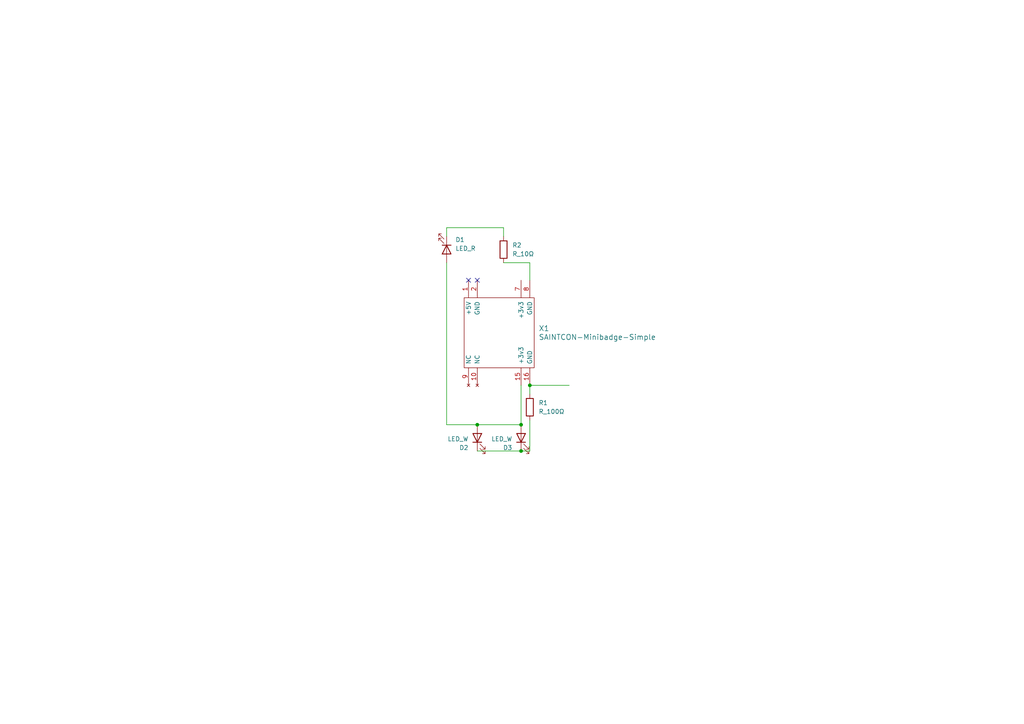
<source format=kicad_sch>
(kicad_sch
	(version 20231120)
	(generator "eeschema")
	(generator_version "8.0")
	(uuid "1e97f6ac-24fe-4635-889a-d89a0466b0ca")
	(paper "A4")
	(lib_symbols
		(symbol "Device:LED"
			(pin_numbers hide)
			(pin_names
				(offset 1.016) hide)
			(exclude_from_sim no)
			(in_bom yes)
			(on_board yes)
			(property "Reference" "D"
				(at 0 2.54 0)
				(effects
					(font
						(size 1.27 1.27)
					)
				)
			)
			(property "Value" "LED"
				(at 0 -2.54 0)
				(effects
					(font
						(size 1.27 1.27)
					)
				)
			)
			(property "Footprint" ""
				(at 0 0 0)
				(effects
					(font
						(size 1.27 1.27)
					)
					(hide yes)
				)
			)
			(property "Datasheet" "~"
				(at 0 0 0)
				(effects
					(font
						(size 1.27 1.27)
					)
					(hide yes)
				)
			)
			(property "Description" "Light emitting diode"
				(at 0 0 0)
				(effects
					(font
						(size 1.27 1.27)
					)
					(hide yes)
				)
			)
			(property "ki_keywords" "LED diode"
				(at 0 0 0)
				(effects
					(font
						(size 1.27 1.27)
					)
					(hide yes)
				)
			)
			(property "ki_fp_filters" "LED* LED_SMD:* LED_THT:*"
				(at 0 0 0)
				(effects
					(font
						(size 1.27 1.27)
					)
					(hide yes)
				)
			)
			(symbol "LED_0_1"
				(polyline
					(pts
						(xy -1.27 -1.27) (xy -1.27 1.27)
					)
					(stroke
						(width 0.254)
						(type default)
					)
					(fill
						(type none)
					)
				)
				(polyline
					(pts
						(xy -1.27 0) (xy 1.27 0)
					)
					(stroke
						(width 0)
						(type default)
					)
					(fill
						(type none)
					)
				)
				(polyline
					(pts
						(xy 1.27 -1.27) (xy 1.27 1.27) (xy -1.27 0) (xy 1.27 -1.27)
					)
					(stroke
						(width 0.254)
						(type default)
					)
					(fill
						(type none)
					)
				)
				(polyline
					(pts
						(xy -3.048 -0.762) (xy -4.572 -2.286) (xy -3.81 -2.286) (xy -4.572 -2.286) (xy -4.572 -1.524)
					)
					(stroke
						(width 0)
						(type default)
					)
					(fill
						(type none)
					)
				)
				(polyline
					(pts
						(xy -1.778 -0.762) (xy -3.302 -2.286) (xy -2.54 -2.286) (xy -3.302 -2.286) (xy -3.302 -1.524)
					)
					(stroke
						(width 0)
						(type default)
					)
					(fill
						(type none)
					)
				)
			)
			(symbol "LED_1_1"
				(pin passive line
					(at -3.81 0 0)
					(length 2.54)
					(name "K"
						(effects
							(font
								(size 1.27 1.27)
							)
						)
					)
					(number "1"
						(effects
							(font
								(size 1.27 1.27)
							)
						)
					)
				)
				(pin passive line
					(at 3.81 0 180)
					(length 2.54)
					(name "A"
						(effects
							(font
								(size 1.27 1.27)
							)
						)
					)
					(number "2"
						(effects
							(font
								(size 1.27 1.27)
							)
						)
					)
				)
			)
		)
		(symbol "Device:R"
			(pin_numbers hide)
			(pin_names
				(offset 0)
			)
			(exclude_from_sim no)
			(in_bom yes)
			(on_board yes)
			(property "Reference" "R"
				(at 2.032 0 90)
				(effects
					(font
						(size 1.27 1.27)
					)
				)
			)
			(property "Value" "R"
				(at 0 0 90)
				(effects
					(font
						(size 1.27 1.27)
					)
				)
			)
			(property "Footprint" ""
				(at -1.778 0 90)
				(effects
					(font
						(size 1.27 1.27)
					)
					(hide yes)
				)
			)
			(property "Datasheet" "~"
				(at 0 0 0)
				(effects
					(font
						(size 1.27 1.27)
					)
					(hide yes)
				)
			)
			(property "Description" "Resistor"
				(at 0 0 0)
				(effects
					(font
						(size 1.27 1.27)
					)
					(hide yes)
				)
			)
			(property "ki_keywords" "R res resistor"
				(at 0 0 0)
				(effects
					(font
						(size 1.27 1.27)
					)
					(hide yes)
				)
			)
			(property "ki_fp_filters" "R_*"
				(at 0 0 0)
				(effects
					(font
						(size 1.27 1.27)
					)
					(hide yes)
				)
			)
			(symbol "R_0_1"
				(rectangle
					(start -1.016 -2.54)
					(end 1.016 2.54)
					(stroke
						(width 0.254)
						(type default)
					)
					(fill
						(type none)
					)
				)
			)
			(symbol "R_1_1"
				(pin passive line
					(at 0 3.81 270)
					(length 1.27)
					(name "~"
						(effects
							(font
								(size 1.27 1.27)
							)
						)
					)
					(number "1"
						(effects
							(font
								(size 1.27 1.27)
							)
						)
					)
				)
				(pin passive line
					(at 0 -3.81 90)
					(length 1.27)
					(name "~"
						(effects
							(font
								(size 1.27 1.27)
							)
						)
					)
					(number "2"
						(effects
							(font
								(size 1.27 1.27)
							)
						)
					)
				)
			)
		)
		(symbol "saintcon-minibadge:SAINTCON-Minibadge-Simple"
			(pin_names
				(offset 1.016)
			)
			(exclude_from_sim no)
			(in_bom yes)
			(on_board yes)
			(property "Reference" "X"
				(at 11.43 8.89 0)
				(effects
					(font
						(size 1.524 1.524)
					)
					(justify left)
				)
			)
			(property "Value" "SAINTCON-Minibadge-Simple"
				(at 11.43 6.35 0)
				(effects
					(font
						(size 1.524 1.524)
					)
					(justify left)
				)
			)
			(property "Footprint" ""
				(at 0 1.27 0)
				(effects
					(font
						(size 1.524 1.524)
					)
					(hide yes)
				)
			)
			(property "Datasheet" ""
				(at 0 1.27 0)
				(effects
					(font
						(size 1.524 1.524)
					)
					(hide yes)
				)
			)
			(property "Description" ""
				(at 0 0 0)
				(effects
					(font
						(size 1.27 1.27)
					)
					(hide yes)
				)
			)
			(symbol "SAINTCON-Minibadge-Simple_0_1"
				(rectangle
					(start -10.16 10.16)
					(end 10.16 -10.16)
					(stroke
						(width 0)
						(type solid)
					)
					(fill
						(type none)
					)
				)
			)
			(symbol "SAINTCON-Minibadge-Simple_1_1"
				(pin power_in line
					(at -8.89 15.24 270)
					(length 5.08)
					(name "+5V"
						(effects
							(font
								(size 1.27 1.27)
							)
						)
					)
					(number "1"
						(effects
							(font
								(size 1.27 1.27)
							)
						)
					)
				)
				(pin no_connect line
					(at -6.35 -15.24 90)
					(length 5.08)
					(name "NC"
						(effects
							(font
								(size 1.27 1.27)
							)
						)
					)
					(number "10"
						(effects
							(font
								(size 1.27 1.27)
							)
						)
					)
				)
				(pin power_in line
					(at 6.35 -15.24 90)
					(length 5.08)
					(name "+3v3"
						(effects
							(font
								(size 1.27 1.27)
							)
						)
					)
					(number "15"
						(effects
							(font
								(size 1.27 1.27)
							)
						)
					)
				)
				(pin power_in line
					(at 8.89 -15.24 90)
					(length 5.08)
					(name "GND"
						(effects
							(font
								(size 1.27 1.27)
							)
						)
					)
					(number "16"
						(effects
							(font
								(size 1.27 1.27)
							)
						)
					)
				)
				(pin power_in line
					(at -6.35 15.24 270)
					(length 5.08)
					(name "GND"
						(effects
							(font
								(size 1.27 1.27)
							)
						)
					)
					(number "2"
						(effects
							(font
								(size 1.27 1.27)
							)
						)
					)
				)
				(pin power_in line
					(at 6.35 15.24 270)
					(length 5.08)
					(name "+3v3"
						(effects
							(font
								(size 1.27 1.27)
							)
						)
					)
					(number "7"
						(effects
							(font
								(size 1.27 1.27)
							)
						)
					)
				)
				(pin power_in line
					(at 8.89 15.24 270)
					(length 5.08)
					(name "GND"
						(effects
							(font
								(size 1.27 1.27)
							)
						)
					)
					(number "8"
						(effects
							(font
								(size 1.27 1.27)
							)
						)
					)
				)
				(pin no_connect line
					(at -8.89 -15.24 90)
					(length 5.08)
					(name "NC"
						(effects
							(font
								(size 1.27 1.27)
							)
						)
					)
					(number "9"
						(effects
							(font
								(size 1.27 1.27)
							)
						)
					)
				)
			)
		)
	)
	(junction
		(at 151.13 123.19)
		(diameter 0)
		(color 0 0 0 0)
		(uuid "131c0f04-76dc-465a-aa43-360c7cead26d")
	)
	(junction
		(at 138.43 123.19)
		(diameter 0)
		(color 0 0 0 0)
		(uuid "5ed5c3d3-d34b-4093-8f35-6092775e9e76")
	)
	(junction
		(at 153.67 111.76)
		(diameter 0)
		(color 0 0 0 0)
		(uuid "5f85e90f-868d-46e4-b37e-006fa3d287fd")
	)
	(junction
		(at 151.13 130.81)
		(diameter 0)
		(color 0 0 0 0)
		(uuid "65df5e9e-fd5f-4c97-a74f-42b5199327d7")
	)
	(no_connect
		(at 135.89 81.28)
		(uuid "7833bd8a-cee0-4756-8257-911aef2d1dba")
	)
	(no_connect
		(at 138.43 81.28)
		(uuid "9726f81f-13a2-4d07-ad4d-722c91d00adf")
	)
	(wire
		(pts
			(xy 146.05 66.04) (xy 146.05 68.58)
		)
		(stroke
			(width 0)
			(type default)
		)
		(uuid "0395c3fb-3e77-4062-8d29-36f189abb0eb")
	)
	(wire
		(pts
			(xy 153.67 76.2) (xy 146.05 76.2)
		)
		(stroke
			(width 0)
			(type default)
		)
		(uuid "152be474-5564-42b7-b649-56abea4e1f21")
	)
	(wire
		(pts
			(xy 151.13 111.76) (xy 151.13 123.19)
		)
		(stroke
			(width 0)
			(type default)
		)
		(uuid "1ea27868-be9b-49ec-9b7b-84938b378280")
	)
	(wire
		(pts
			(xy 138.43 123.19) (xy 151.13 123.19)
		)
		(stroke
			(width 0)
			(type default)
		)
		(uuid "48540428-546d-436b-b7e5-e6ca3fe73fe3")
	)
	(wire
		(pts
			(xy 129.54 68.58) (xy 129.54 66.04)
		)
		(stroke
			(width 0)
			(type default)
		)
		(uuid "6cf31256-987b-41bb-9ef2-23c489c15bd3")
	)
	(wire
		(pts
			(xy 153.67 121.92) (xy 153.67 130.81)
		)
		(stroke
			(width 0)
			(type default)
		)
		(uuid "723c05b6-f364-44be-816a-a4f93bab0593")
	)
	(wire
		(pts
			(xy 138.43 123.19) (xy 129.54 123.19)
		)
		(stroke
			(width 0)
			(type default)
		)
		(uuid "72e04f1d-907e-4b9b-a96c-fe86ef24f552")
	)
	(wire
		(pts
			(xy 165.1 111.76) (xy 153.67 111.76)
		)
		(stroke
			(width 0)
			(type default)
		)
		(uuid "8461b92b-61a7-4a39-a3e8-d3d005afad16")
	)
	(wire
		(pts
			(xy 129.54 123.19) (xy 129.54 76.2)
		)
		(stroke
			(width 0)
			(type default)
		)
		(uuid "84b2c9eb-17db-42af-828e-31ceaea511a8")
	)
	(wire
		(pts
			(xy 129.54 66.04) (xy 146.05 66.04)
		)
		(stroke
			(width 0)
			(type default)
		)
		(uuid "889eb5f9-a1a1-4c73-b040-d2fe7e68378b")
	)
	(wire
		(pts
			(xy 151.13 130.81) (xy 153.67 130.81)
		)
		(stroke
			(width 0)
			(type default)
		)
		(uuid "b9de92bf-74d2-4d46-a6aa-7f48e5b7258f")
	)
	(wire
		(pts
			(xy 138.43 130.81) (xy 151.13 130.81)
		)
		(stroke
			(width 0)
			(type default)
		)
		(uuid "d2f58633-e51c-49e9-8d9d-9e2ea7686021")
	)
	(wire
		(pts
			(xy 153.67 81.28) (xy 153.67 76.2)
		)
		(stroke
			(width 0)
			(type default)
		)
		(uuid "e7843ff4-28e1-4106-a5e9-8ec0bbeeaf93")
	)
	(wire
		(pts
			(xy 153.67 111.76) (xy 153.67 114.3)
		)
		(stroke
			(width 0)
			(type default)
		)
		(uuid "faa46c07-4dba-4bc8-a01d-0609c8030688")
	)
	(symbol
		(lib_id "Device:LED")
		(at 138.43 127 90)
		(unit 1)
		(exclude_from_sim no)
		(in_bom yes)
		(on_board yes)
		(dnp no)
		(uuid "12d90281-3030-46e6-a0b3-0ba5f789a2a7")
		(property "Reference" "D2"
			(at 135.89 129.8575 90)
			(effects
				(font
					(size 1.27 1.27)
				)
				(justify left)
			)
		)
		(property "Value" "LED_W"
			(at 135.89 127.3175 90)
			(effects
				(font
					(size 1.27 1.27)
				)
				(justify left)
			)
		)
		(property "Footprint" "LED_SMD:LED_1206_3216Metric_Pad1.42x1.75mm_HandSolder"
			(at 138.43 127 0)
			(effects
				(font
					(size 1.27 1.27)
				)
				(hide yes)
			)
		)
		(property "Datasheet" "~"
			(at 138.43 127 0)
			(effects
				(font
					(size 1.27 1.27)
				)
				(hide yes)
			)
		)
		(property "Description" ""
			(at 138.43 127 0)
			(effects
				(font
					(size 1.27 1.27)
				)
				(hide yes)
			)
		)
		(pin "2"
			(uuid "178c9bba-c6a8-40a0-adc9-470a6d0434c3")
		)
		(pin "1"
			(uuid "4e3cdee2-ffd6-47c0-b682-fc526442f7fc")
		)
		(instances
			(project "Bible Study at ABGs"
				(path "/1e97f6ac-24fe-4635-889a-d89a0466b0ca"
					(reference "D2")
					(unit 1)
				)
			)
		)
	)
	(symbol
		(lib_id "Device:LED")
		(at 151.13 127 90)
		(unit 1)
		(exclude_from_sim no)
		(in_bom yes)
		(on_board yes)
		(dnp no)
		(uuid "24ae59e9-ce5e-4fe6-abf3-ac744d0a360d")
		(property "Reference" "D3"
			(at 148.59 129.8575 90)
			(effects
				(font
					(size 1.27 1.27)
				)
				(justify left)
			)
		)
		(property "Value" "LED_W"
			(at 148.59 127.3175 90)
			(effects
				(font
					(size 1.27 1.27)
				)
				(justify left)
			)
		)
		(property "Footprint" "LED_SMD:LED_1206_3216Metric_Pad1.42x1.75mm_HandSolder"
			(at 151.13 127 0)
			(effects
				(font
					(size 1.27 1.27)
				)
				(hide yes)
			)
		)
		(property "Datasheet" "~"
			(at 151.13 127 0)
			(effects
				(font
					(size 1.27 1.27)
				)
				(hide yes)
			)
		)
		(property "Description" ""
			(at 151.13 127 0)
			(effects
				(font
					(size 1.27 1.27)
				)
				(hide yes)
			)
		)
		(pin "2"
			(uuid "83e26ed4-df36-407c-a7ce-c5bf34ccd847")
		)
		(pin "1"
			(uuid "9ee53c63-bb2f-4c02-aae6-8b399ab37ac8")
		)
		(instances
			(project "Bible Study at ABGs"
				(path "/1e97f6ac-24fe-4635-889a-d89a0466b0ca"
					(reference "D3")
					(unit 1)
				)
			)
		)
	)
	(symbol
		(lib_id "Device:R")
		(at 146.05 72.39 180)
		(unit 1)
		(exclude_from_sim no)
		(in_bom yes)
		(on_board yes)
		(dnp no)
		(fields_autoplaced yes)
		(uuid "515df2d3-2c1a-4c7b-8c1e-35654b034919")
		(property "Reference" "R2"
			(at 148.59 71.12 0)
			(effects
				(font
					(size 1.27 1.27)
				)
				(justify right)
			)
		)
		(property "Value" "R_10Ω"
			(at 148.59 73.66 0)
			(effects
				(font
					(size 1.27 1.27)
				)
				(justify right)
			)
		)
		(property "Footprint" "Resistor_SMD:R_1206_3216Metric_Pad1.30x1.75mm_HandSolder"
			(at 147.828 72.39 90)
			(effects
				(font
					(size 1.27 1.27)
				)
				(hide yes)
			)
		)
		(property "Datasheet" "~"
			(at 146.05 72.39 0)
			(effects
				(font
					(size 1.27 1.27)
				)
				(hide yes)
			)
		)
		(property "Description" ""
			(at 146.05 72.39 0)
			(effects
				(font
					(size 1.27 1.27)
				)
				(hide yes)
			)
		)
		(pin "2"
			(uuid "bf648b07-65ba-4d64-abbe-e485ad69dc0c")
		)
		(pin "1"
			(uuid "4fca871e-1389-4fb1-ac46-7f7b2b83a30e")
		)
		(instances
			(project "Bible Study at ABGs"
				(path "/1e97f6ac-24fe-4635-889a-d89a0466b0ca"
					(reference "R2")
					(unit 1)
				)
			)
		)
	)
	(symbol
		(lib_id "Device:R")
		(at 153.67 118.11 180)
		(unit 1)
		(exclude_from_sim no)
		(in_bom yes)
		(on_board yes)
		(dnp no)
		(fields_autoplaced yes)
		(uuid "6cfd7a27-2444-492e-8ba7-1913fc4c4369")
		(property "Reference" "R1"
			(at 156.21 116.84 0)
			(effects
				(font
					(size 1.27 1.27)
				)
				(justify right)
			)
		)
		(property "Value" "R_100Ω"
			(at 156.21 119.38 0)
			(effects
				(font
					(size 1.27 1.27)
				)
				(justify right)
			)
		)
		(property "Footprint" "Resistor_SMD:R_1206_3216Metric_Pad1.30x1.75mm_HandSolder"
			(at 155.448 118.11 90)
			(effects
				(font
					(size 1.27 1.27)
				)
				(hide yes)
			)
		)
		(property "Datasheet" "~"
			(at 153.67 118.11 0)
			(effects
				(font
					(size 1.27 1.27)
				)
				(hide yes)
			)
		)
		(property "Description" ""
			(at 153.67 118.11 0)
			(effects
				(font
					(size 1.27 1.27)
				)
				(hide yes)
			)
		)
		(pin "2"
			(uuid "cddc00a0-841d-43e9-9c71-ee5691631e2d")
		)
		(pin "1"
			(uuid "b80b175a-35ee-4f2a-bf77-9c37ed724dee")
		)
		(instances
			(project "Bible Study at ABGs"
				(path "/1e97f6ac-24fe-4635-889a-d89a0466b0ca"
					(reference "R1")
					(unit 1)
				)
			)
		)
	)
	(symbol
		(lib_id "saintcon-minibadge:SAINTCON-Minibadge-Simple")
		(at 144.78 96.52 0)
		(unit 1)
		(exclude_from_sim no)
		(in_bom yes)
		(on_board yes)
		(dnp no)
		(fields_autoplaced yes)
		(uuid "7a838f78-7fa3-4d7f-9970-89af40a2dee4")
		(property "Reference" "X1"
			(at 156.21 95.25 0)
			(effects
				(font
					(size 1.524 1.524)
				)
				(justify left)
			)
		)
		(property "Value" "SAINTCON-Minibadge-Simple"
			(at 156.21 97.79 0)
			(effects
				(font
					(size 1.524 1.524)
				)
				(justify left)
			)
		)
		(property "Footprint" "minibadge_kicad:SAINTCON-Minibadge-Simple"
			(at 144.78 95.25 0)
			(effects
				(font
					(size 1.524 1.524)
				)
				(hide yes)
			)
		)
		(property "Datasheet" ""
			(at 144.78 95.25 0)
			(effects
				(font
					(size 1.524 1.524)
				)
				(hide yes)
			)
		)
		(property "Description" ""
			(at 144.78 96.52 0)
			(effects
				(font
					(size 1.27 1.27)
				)
				(hide yes)
			)
		)
		(pin "15"
			(uuid "91402f9d-445e-4522-9a31-aa5a6b6f36e7")
		)
		(pin "2"
			(uuid "b2895238-870e-45c9-9a99-ff32b2231843")
		)
		(pin "1"
			(uuid "df98a06c-028b-4562-b77e-b3dca3ec1a9f")
		)
		(pin "10"
			(uuid "2bd3b091-3563-477b-9a0a-6e2a4580687c")
		)
		(pin "8"
			(uuid "a533011d-f0b0-4fe3-a0af-19edd55babc3")
		)
		(pin "9"
			(uuid "4f6b95cb-8bb3-4365-96e8-81aeaa000492")
		)
		(pin "16"
			(uuid "34f8720f-6be2-4da3-9a38-e6491a1a5905")
		)
		(pin "7"
			(uuid "545e8160-0bf6-4d33-9de2-e7edb3268e5d")
		)
		(instances
			(project "pips_first_minibadge"
				(path "/1e97f6ac-24fe-4635-889a-d89a0466b0ca"
					(reference "X1")
					(unit 1)
				)
			)
		)
	)
	(symbol
		(lib_id "Device:LED")
		(at 129.54 72.39 270)
		(unit 1)
		(exclude_from_sim no)
		(in_bom yes)
		(on_board yes)
		(dnp no)
		(uuid "e6c2a71d-42cf-442c-b87a-9e02f374705e")
		(property "Reference" "D1"
			(at 132.08 69.5325 90)
			(effects
				(font
					(size 1.27 1.27)
				)
				(justify left)
			)
		)
		(property "Value" "LED_R"
			(at 132.08 72.0725 90)
			(effects
				(font
					(size 1.27 1.27)
				)
				(justify left)
			)
		)
		(property "Footprint" "LED_SMD:LED_1206_3216Metric_Pad1.42x1.75mm_HandSolder"
			(at 129.54 72.39 0)
			(effects
				(font
					(size 1.27 1.27)
				)
				(hide yes)
			)
		)
		(property "Datasheet" "~"
			(at 129.54 72.39 0)
			(effects
				(font
					(size 1.27 1.27)
				)
				(hide yes)
			)
		)
		(property "Description" ""
			(at 129.54 72.39 0)
			(effects
				(font
					(size 1.27 1.27)
				)
				(hide yes)
			)
		)
		(pin "2"
			(uuid "cf172489-3309-49f1-8ef4-c7acf187afcb")
		)
		(pin "1"
			(uuid "bba1856b-173f-4274-885b-46099ff63e45")
		)
		(instances
			(project "Bible Study at ABGs"
				(path "/1e97f6ac-24fe-4635-889a-d89a0466b0ca"
					(reference "D1")
					(unit 1)
				)
			)
		)
	)
	(sheet_instances
		(path "/"
			(page "1")
		)
	)
)

</source>
